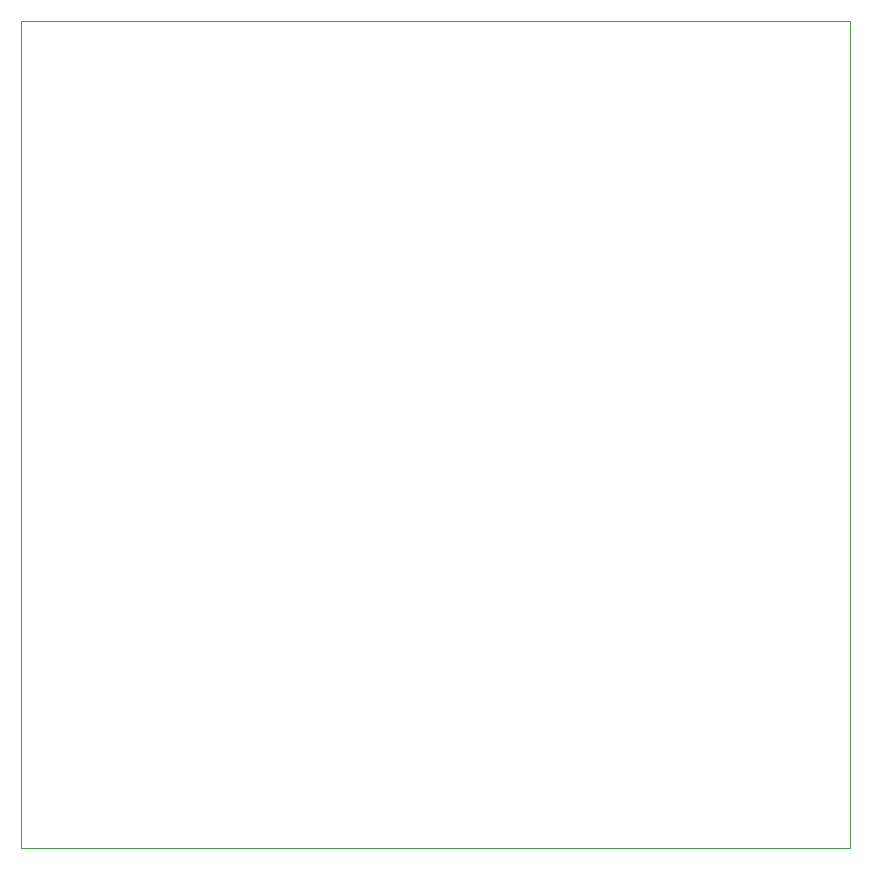
<source format=gko>
G04*
G04 #@! TF.GenerationSoftware,Altium Limited,Altium Designer,20.0.11 (256)*
G04*
G04 Layer_Color=16711935*
%FSLAX25Y25*%
%MOIN*%
G70*
G01*
G75*
%ADD13C,0.00394*%
D13*
X-138583Y-138583D02*
X137795D01*
X137795Y137008D02*
X137795Y-138583D01*
X-138583Y137008D02*
X137795D01*
X-138583D02*
X-138583Y-138583D01*
M02*

</source>
